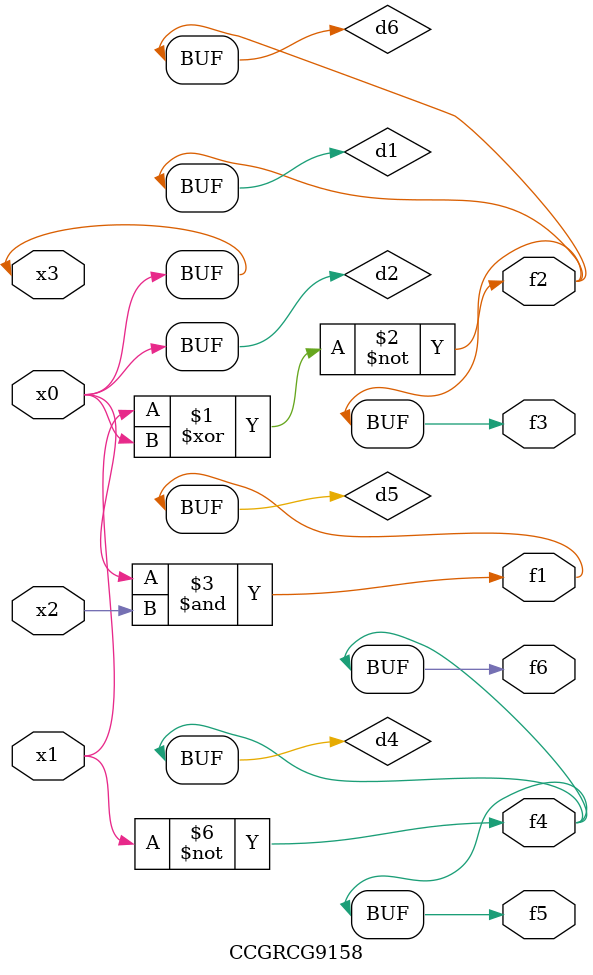
<source format=v>
module CCGRCG9158(
	input x0, x1, x2, x3,
	output f1, f2, f3, f4, f5, f6
);

	wire d1, d2, d3, d4, d5, d6;

	xnor (d1, x1, x3);
	buf (d2, x0, x3);
	nand (d3, x0, x2);
	not (d4, x1);
	nand (d5, d3);
	or (d6, d1);
	assign f1 = d5;
	assign f2 = d6;
	assign f3 = d6;
	assign f4 = d4;
	assign f5 = d4;
	assign f6 = d4;
endmodule

</source>
